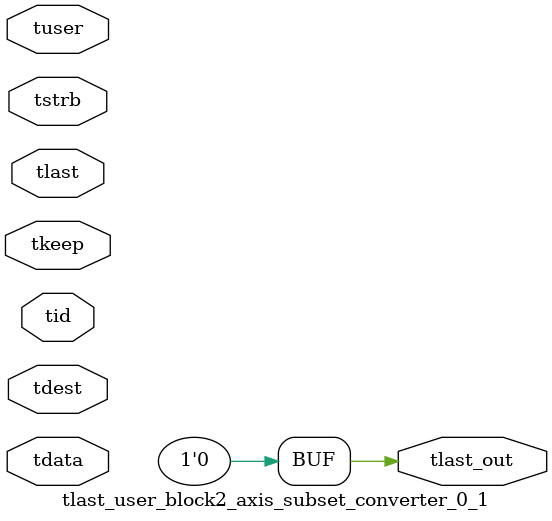
<source format=v>


`timescale 1ps/1ps

module tlast_user_block2_axis_subset_converter_0_1 #
(
parameter C_S_AXIS_TID_WIDTH   = 1,
parameter C_S_AXIS_TUSER_WIDTH = 0,
parameter C_S_AXIS_TDATA_WIDTH = 0,
parameter C_S_AXIS_TDEST_WIDTH = 0
)
(
input  [(C_S_AXIS_TID_WIDTH   == 0 ? 1 : C_S_AXIS_TID_WIDTH)-1:0       ] tid,
input  [(C_S_AXIS_TDATA_WIDTH == 0 ? 1 : C_S_AXIS_TDATA_WIDTH)-1:0     ] tdata,
input  [(C_S_AXIS_TUSER_WIDTH == 0 ? 1 : C_S_AXIS_TUSER_WIDTH)-1:0     ] tuser,
input  [(C_S_AXIS_TDEST_WIDTH == 0 ? 1 : C_S_AXIS_TDEST_WIDTH)-1:0     ] tdest,
input  [(C_S_AXIS_TDATA_WIDTH/8)-1:0 ] tkeep,
input  [(C_S_AXIS_TDATA_WIDTH/8)-1:0 ] tstrb,
input  [0:0]                                                             tlast,
output                                                                   tlast_out
);

assign tlast_out = {1'b0};

endmodule


</source>
